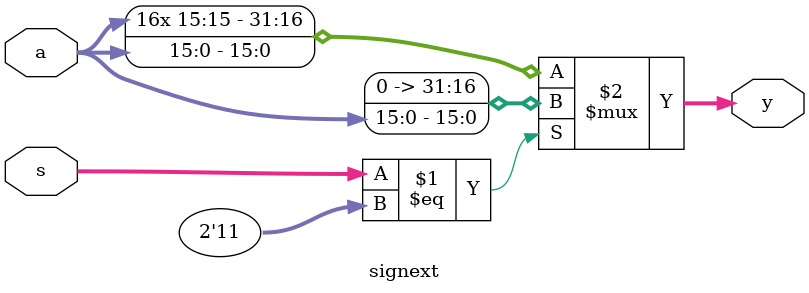
<source format=v>
`timescale 1ns / 1ps


module signext(
    input wire[15:0] a,
    input wire[1:0] s, 
    output wire[31:0] y
    );

    assign y = (s == 2'b11)?{16'b0,a}:{{16{a[15]}},a};
endmodule

</source>
